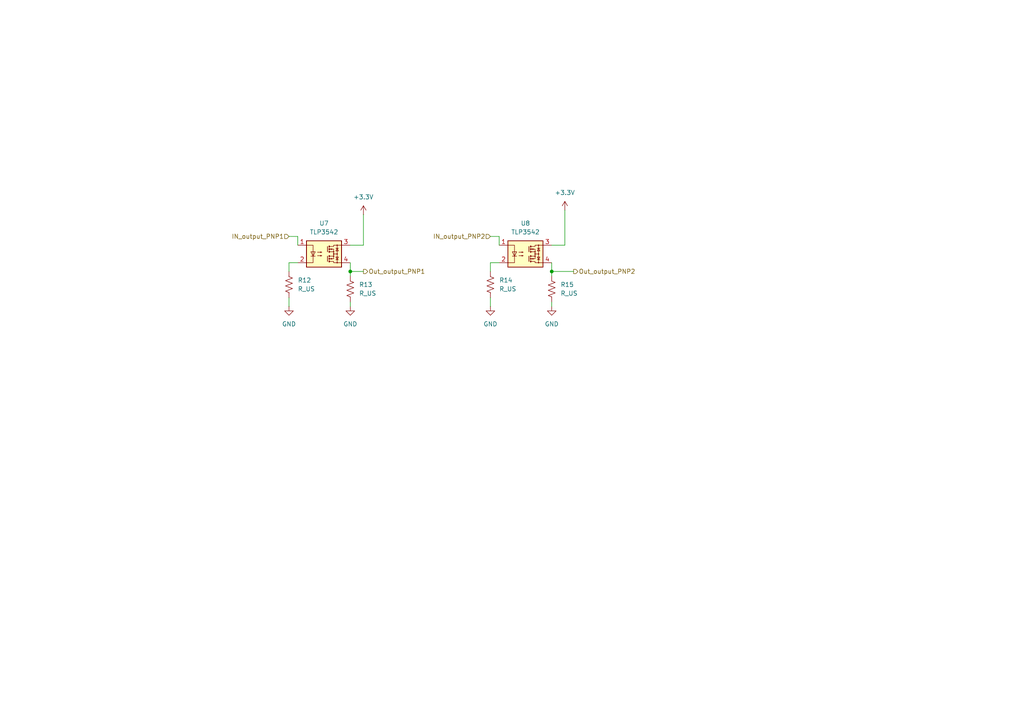
<source format=kicad_sch>
(kicad_sch
	(version 20250114)
	(generator "eeschema")
	(generator_version "9.0")
	(uuid "23093995-dcbe-40e8-b7f0-52785d5c9ac1")
	(paper "A4")
	(lib_symbols
		(symbol "Device:R_US"
			(pin_numbers
				(hide yes)
			)
			(pin_names
				(offset 0)
			)
			(exclude_from_sim no)
			(in_bom yes)
			(on_board yes)
			(property "Reference" "R"
				(at 2.54 0 90)
				(effects
					(font
						(size 1.27 1.27)
					)
				)
			)
			(property "Value" "R_US"
				(at -2.54 0 90)
				(effects
					(font
						(size 1.27 1.27)
					)
				)
			)
			(property "Footprint" ""
				(at 1.016 -0.254 90)
				(effects
					(font
						(size 1.27 1.27)
					)
					(hide yes)
				)
			)
			(property "Datasheet" "~"
				(at 0 0 0)
				(effects
					(font
						(size 1.27 1.27)
					)
					(hide yes)
				)
			)
			(property "Description" "Resistor, US symbol"
				(at 0 0 0)
				(effects
					(font
						(size 1.27 1.27)
					)
					(hide yes)
				)
			)
			(property "ki_keywords" "R res resistor"
				(at 0 0 0)
				(effects
					(font
						(size 1.27 1.27)
					)
					(hide yes)
				)
			)
			(property "ki_fp_filters" "R_*"
				(at 0 0 0)
				(effects
					(font
						(size 1.27 1.27)
					)
					(hide yes)
				)
			)
			(symbol "R_US_0_1"
				(polyline
					(pts
						(xy 0 2.286) (xy 0 2.54)
					)
					(stroke
						(width 0)
						(type default)
					)
					(fill
						(type none)
					)
				)
				(polyline
					(pts
						(xy 0 2.286) (xy 1.016 1.905) (xy 0 1.524) (xy -1.016 1.143) (xy 0 0.762)
					)
					(stroke
						(width 0)
						(type default)
					)
					(fill
						(type none)
					)
				)
				(polyline
					(pts
						(xy 0 0.762) (xy 1.016 0.381) (xy 0 0) (xy -1.016 -0.381) (xy 0 -0.762)
					)
					(stroke
						(width 0)
						(type default)
					)
					(fill
						(type none)
					)
				)
				(polyline
					(pts
						(xy 0 -0.762) (xy 1.016 -1.143) (xy 0 -1.524) (xy -1.016 -1.905) (xy 0 -2.286)
					)
					(stroke
						(width 0)
						(type default)
					)
					(fill
						(type none)
					)
				)
				(polyline
					(pts
						(xy 0 -2.286) (xy 0 -2.54)
					)
					(stroke
						(width 0)
						(type default)
					)
					(fill
						(type none)
					)
				)
			)
			(symbol "R_US_1_1"
				(pin passive line
					(at 0 3.81 270)
					(length 1.27)
					(name "~"
						(effects
							(font
								(size 1.27 1.27)
							)
						)
					)
					(number "1"
						(effects
							(font
								(size 1.27 1.27)
							)
						)
					)
				)
				(pin passive line
					(at 0 -3.81 90)
					(length 1.27)
					(name "~"
						(effects
							(font
								(size 1.27 1.27)
							)
						)
					)
					(number "2"
						(effects
							(font
								(size 1.27 1.27)
							)
						)
					)
				)
			)
			(embedded_fonts no)
		)
		(symbol "TLP3542_1"
			(exclude_from_sim no)
			(in_bom yes)
			(on_board yes)
			(property "Reference" "U3"
				(at 0 8.89 0)
				(effects
					(font
						(size 1.27 1.27)
					)
				)
			)
			(property "Value" "TLP3542"
				(at 0 6.35 0)
				(effects
					(font
						(size 1.27 1.27)
					)
				)
			)
			(property "Footprint" "Package_SO:SOP-4_3.8x4.1mm_P2.54mm"
				(at 0 -7.62 0)
				(effects
					(font
						(size 1.27 1.27)
					)
					(hide yes)
				)
			)
			(property "Datasheet" "https://toshiba.semicon-storage.com/info/docget.jsp?did=1284&prodName=TLP3542"
				(at 0 0 0)
				(effects
					(font
						(size 1.27 1.27)
					)
					(hide yes)
				)
			)
			(property "Description" "Photo MOSFET optically coupled, ON 4A, 50mohm, OFF state 20V, Isolation 2500 VRMS, DIP-5-6"
				(at 0 0 0)
				(effects
					(font
						(size 1.27 1.27)
					)
					(hide yes)
				)
			)
			(property "ki_keywords" "photocouplers photorelay solidstate relay normally opened (1-Form-A)"
				(at 0 0 0)
				(effects
					(font
						(size 1.27 1.27)
					)
					(hide yes)
				)
			)
			(property "ki_fp_filters" "DIP*W7.62mm*"
				(at 0 0 0)
				(effects
					(font
						(size 1.27 1.27)
					)
					(hide yes)
				)
			)
			(symbol "TLP3542_1_0_1"
				(rectangle
					(start -5.08 3.81)
					(end 5.08 -3.81)
					(stroke
						(width 0.254)
						(type default)
					)
					(fill
						(type background)
					)
				)
				(polyline
					(pts
						(xy -5.08 2.54) (xy -3.175 2.54) (xy -3.175 -2.54) (xy -5.08 -2.54)
					)
					(stroke
						(width 0)
						(type default)
					)
					(fill
						(type none)
					)
				)
				(polyline
					(pts
						(xy -3.81 -0.635) (xy -2.54 -0.635)
					)
					(stroke
						(width 0)
						(type default)
					)
					(fill
						(type none)
					)
				)
				(polyline
					(pts
						(xy -3.175 -0.635) (xy -3.81 0.635) (xy -2.54 0.635) (xy -3.175 -0.635)
					)
					(stroke
						(width 0)
						(type default)
					)
					(fill
						(type none)
					)
				)
				(polyline
					(pts
						(xy -1.905 0.508) (xy -0.635 0.508) (xy -1.016 0.381) (xy -1.016 0.635) (xy -0.635 0.508)
					)
					(stroke
						(width 0)
						(type default)
					)
					(fill
						(type none)
					)
				)
				(polyline
					(pts
						(xy -1.905 -0.508) (xy -0.635 -0.508) (xy -1.016 -0.635) (xy -1.016 -0.381) (xy -0.635 -0.508)
					)
					(stroke
						(width 0)
						(type default)
					)
					(fill
						(type none)
					)
				)
				(polyline
					(pts
						(xy 1.016 2.159) (xy 1.016 0.635)
					)
					(stroke
						(width 0.2032)
						(type default)
					)
					(fill
						(type none)
					)
				)
				(polyline
					(pts
						(xy 1.016 -0.635) (xy 1.016 -2.159)
					)
					(stroke
						(width 0.2032)
						(type default)
					)
					(fill
						(type none)
					)
				)
				(polyline
					(pts
						(xy 1.524 2.286) (xy 1.524 2.032) (xy 1.524 2.032)
					)
					(stroke
						(width 0.3556)
						(type default)
					)
					(fill
						(type none)
					)
				)
				(polyline
					(pts
						(xy 1.524 1.524) (xy 1.524 1.27) (xy 1.524 1.27)
					)
					(stroke
						(width 0.3556)
						(type default)
					)
					(fill
						(type none)
					)
				)
				(polyline
					(pts
						(xy 1.524 0.762) (xy 1.524 0.508) (xy 1.524 0.508)
					)
					(stroke
						(width 0.3556)
						(type default)
					)
					(fill
						(type none)
					)
				)
				(polyline
					(pts
						(xy 1.524 -0.508) (xy 1.524 -0.762)
					)
					(stroke
						(width 0.3556)
						(type default)
					)
					(fill
						(type none)
					)
				)
				(polyline
					(pts
						(xy 1.524 -1.27) (xy 1.524 -1.524) (xy 1.524 -1.524)
					)
					(stroke
						(width 0.3556)
						(type default)
					)
					(fill
						(type none)
					)
				)
				(polyline
					(pts
						(xy 1.524 -2.032) (xy 1.524 -2.286) (xy 1.524 -2.286)
					)
					(stroke
						(width 0.3556)
						(type default)
					)
					(fill
						(type none)
					)
				)
				(polyline
					(pts
						(xy 1.651 2.159) (xy 2.794 2.159) (xy 2.794 2.54) (xy 5.08 2.54)
					)
					(stroke
						(width 0)
						(type default)
					)
					(fill
						(type none)
					)
				)
				(polyline
					(pts
						(xy 1.651 1.397) (xy 2.794 1.397) (xy 2.794 0.635)
					)
					(stroke
						(width 0)
						(type default)
					)
					(fill
						(type none)
					)
				)
				(polyline
					(pts
						(xy 1.651 -0.635) (xy 2.794 -0.635) (xy 2.794 0.635) (xy 1.651 0.635)
					)
					(stroke
						(width 0)
						(type default)
					)
					(fill
						(type none)
					)
				)
				(polyline
					(pts
						(xy 1.651 -1.397) (xy 2.794 -1.397) (xy 2.794 -0.635)
					)
					(stroke
						(width 0)
						(type default)
					)
					(fill
						(type none)
					)
				)
				(polyline
					(pts
						(xy 1.651 -2.159) (xy 2.794 -2.159) (xy 2.794 -2.54) (xy 5.08 -2.54)
					)
					(stroke
						(width 0)
						(type default)
					)
					(fill
						(type none)
					)
				)
				(polyline
					(pts
						(xy 1.778 1.397) (xy 2.286 1.524) (xy 2.286 1.27) (xy 1.778 1.397)
					)
					(stroke
						(width 0)
						(type default)
					)
					(fill
						(type none)
					)
				)
				(polyline
					(pts
						(xy 1.778 -1.397) (xy 2.286 -1.27) (xy 2.286 -1.524) (xy 1.778 -1.397)
					)
					(stroke
						(width 0)
						(type default)
					)
					(fill
						(type none)
					)
				)
				(circle
					(center 2.794 0.635)
					(radius 0.127)
					(stroke
						(width 0)
						(type default)
					)
					(fill
						(type none)
					)
				)
				(polyline
					(pts
						(xy 2.794 0) (xy 3.81 0)
					)
					(stroke
						(width 0)
						(type default)
					)
					(fill
						(type none)
					)
				)
				(circle
					(center 2.794 0)
					(radius 0.127)
					(stroke
						(width 0)
						(type default)
					)
					(fill
						(type none)
					)
				)
				(circle
					(center 2.794 -0.635)
					(radius 0.127)
					(stroke
						(width 0)
						(type default)
					)
					(fill
						(type none)
					)
				)
				(polyline
					(pts
						(xy 3.429 1.651) (xy 4.191 1.651)
					)
					(stroke
						(width 0)
						(type default)
					)
					(fill
						(type none)
					)
				)
				(polyline
					(pts
						(xy 3.429 -1.651) (xy 4.191 -1.651)
					)
					(stroke
						(width 0)
						(type default)
					)
					(fill
						(type none)
					)
				)
				(circle
					(center 3.81 2.54)
					(radius 0.127)
					(stroke
						(width 0)
						(type default)
					)
					(fill
						(type none)
					)
				)
				(polyline
					(pts
						(xy 3.81 1.651) (xy 3.429 0.889) (xy 4.191 0.889) (xy 3.81 1.651)
					)
					(stroke
						(width 0)
						(type default)
					)
					(fill
						(type none)
					)
				)
				(circle
					(center 3.81 0)
					(radius 0.127)
					(stroke
						(width 0)
						(type default)
					)
					(fill
						(type none)
					)
				)
				(polyline
					(pts
						(xy 3.81 -1.651) (xy 3.429 -0.889) (xy 4.191 -0.889) (xy 3.81 -1.651)
					)
					(stroke
						(width 0)
						(type default)
					)
					(fill
						(type none)
					)
				)
				(polyline
					(pts
						(xy 3.81 -2.54) (xy 3.81 2.54)
					)
					(stroke
						(width 0)
						(type default)
					)
					(fill
						(type none)
					)
				)
				(circle
					(center 3.81 -2.54)
					(radius 0.127)
					(stroke
						(width 0)
						(type default)
					)
					(fill
						(type none)
					)
				)
			)
			(symbol "TLP3542_1_1_1"
				(pin passive line
					(at -7.62 2.54 0)
					(length 2.54)
					(name "~"
						(effects
							(font
								(size 1.27 1.27)
							)
						)
					)
					(number "1"
						(effects
							(font
								(size 1.27 1.27)
							)
						)
					)
				)
				(pin passive line
					(at -7.62 -2.54 0)
					(length 2.54)
					(name "~"
						(effects
							(font
								(size 1.27 1.27)
							)
						)
					)
					(number "2"
						(effects
							(font
								(size 1.27 1.27)
							)
						)
					)
				)
				(pin no_connect line
					(at -5.08 0 0)
					(length 2.54)
					(hide yes)
					(name "~"
						(effects
							(font
								(size 1.27 1.27)
							)
						)
					)
					(number "3"
						(effects
							(font
								(size 1.27 1.27)
							)
						)
					)
				)
				(pin passive line
					(at 7.62 2.54 180)
					(length 2.54)
					(name "~"
						(effects
							(font
								(size 1.27 1.27)
							)
						)
					)
					(number "3"
						(effects
							(font
								(size 1.27 1.27)
							)
						)
					)
				)
				(pin passive line
					(at 7.62 -2.54 180)
					(length 2.54)
					(name "~"
						(effects
							(font
								(size 1.27 1.27)
							)
						)
					)
					(number "4"
						(effects
							(font
								(size 1.27 1.27)
							)
						)
					)
				)
			)
			(embedded_fonts no)
		)
		(symbol "TLP3542_2"
			(exclude_from_sim no)
			(in_bom yes)
			(on_board yes)
			(property "Reference" "U3"
				(at 0 8.89 0)
				(effects
					(font
						(size 1.27 1.27)
					)
				)
			)
			(property "Value" "TLP3542"
				(at 0 6.35 0)
				(effects
					(font
						(size 1.27 1.27)
					)
				)
			)
			(property "Footprint" "Package_SO:SOP-4_3.8x4.1mm_P2.54mm"
				(at 0 -7.62 0)
				(effects
					(font
						(size 1.27 1.27)
					)
					(hide yes)
				)
			)
			(property "Datasheet" "https://toshiba.semicon-storage.com/info/docget.jsp?did=1284&prodName=TLP3542"
				(at 0 0 0)
				(effects
					(font
						(size 1.27 1.27)
					)
					(hide yes)
				)
			)
			(property "Description" "Photo MOSFET optically coupled, ON 4A, 50mohm, OFF state 20V, Isolation 2500 VRMS, DIP-5-6"
				(at 0 0 0)
				(effects
					(font
						(size 1.27 1.27)
					)
					(hide yes)
				)
			)
			(property "ki_keywords" "photocouplers photorelay solidstate relay normally opened (1-Form-A)"
				(at 0 0 0)
				(effects
					(font
						(size 1.27 1.27)
					)
					(hide yes)
				)
			)
			(property "ki_fp_filters" "DIP*W7.62mm*"
				(at 0 0 0)
				(effects
					(font
						(size 1.27 1.27)
					)
					(hide yes)
				)
			)
			(symbol "TLP3542_2_0_1"
				(rectangle
					(start -5.08 3.81)
					(end 5.08 -3.81)
					(stroke
						(width 0.254)
						(type default)
					)
					(fill
						(type background)
					)
				)
				(polyline
					(pts
						(xy -5.08 2.54) (xy -3.175 2.54) (xy -3.175 -2.54) (xy -5.08 -2.54)
					)
					(stroke
						(width 0)
						(type default)
					)
					(fill
						(type none)
					)
				)
				(polyline
					(pts
						(xy -3.81 -0.635) (xy -2.54 -0.635)
					)
					(stroke
						(width 0)
						(type default)
					)
					(fill
						(type none)
					)
				)
				(polyline
					(pts
						(xy -3.175 -0.635) (xy -3.81 0.635) (xy -2.54 0.635) (xy -3.175 -0.635)
					)
					(stroke
						(width 0)
						(type default)
					)
					(fill
						(type none)
					)
				)
				(polyline
					(pts
						(xy -1.905 0.508) (xy -0.635 0.508) (xy -1.016 0.381) (xy -1.016 0.635) (xy -0.635 0.508)
					)
					(stroke
						(width 0)
						(type default)
					)
					(fill
						(type none)
					)
				)
				(polyline
					(pts
						(xy -1.905 -0.508) (xy -0.635 -0.508) (xy -1.016 -0.635) (xy -1.016 -0.381) (xy -0.635 -0.508)
					)
					(stroke
						(width 0)
						(type default)
					)
					(fill
						(type none)
					)
				)
				(polyline
					(pts
						(xy 1.016 2.159) (xy 1.016 0.635)
					)
					(stroke
						(width 0.2032)
						(type default)
					)
					(fill
						(type none)
					)
				)
				(polyline
					(pts
						(xy 1.016 -0.635) (xy 1.016 -2.159)
					)
					(stroke
						(width 0.2032)
						(type default)
					)
					(fill
						(type none)
					)
				)
				(polyline
					(pts
						(xy 1.524 2.286) (xy 1.524 2.032) (xy 1.524 2.032)
					)
					(stroke
						(width 0.3556)
						(type default)
					)
					(fill
						(type none)
					)
				)
				(polyline
					(pts
						(xy 1.524 1.524) (xy 1.524 1.27) (xy 1.524 1.27)
					)
					(stroke
						(width 0.3556)
						(type default)
					)
					(fill
						(type none)
					)
				)
				(polyline
					(pts
						(xy 1.524 0.762) (xy 1.524 0.508) (xy 1.524 0.508)
					)
					(stroke
						(width 0.3556)
						(type default)
					)
					(fill
						(type none)
					)
				)
				(polyline
					(pts
						(xy 1.524 -0.508) (xy 1.524 -0.762)
					)
					(stroke
						(width 0.3556)
						(type default)
					)
					(fill
						(type none)
					)
				)
				(polyline
					(pts
						(xy 1.524 -1.27) (xy 1.524 -1.524) (xy 1.524 -1.524)
					)
					(stroke
						(width 0.3556)
						(type default)
					)
					(fill
						(type none)
					)
				)
				(polyline
					(pts
						(xy 1.524 -2.032) (xy 1.524 -2.286) (xy 1.524 -2.286)
					)
					(stroke
						(width 0.3556)
						(type default)
					)
					(fill
						(type none)
					)
				)
				(polyline
					(pts
						(xy 1.651 2.159) (xy 2.794 2.159) (xy 2.794 2.54) (xy 5.08 2.54)
					)
					(stroke
						(width 0)
						(type default)
					)
					(fill
						(type none)
					)
				)
				(polyline
					(pts
						(xy 1.651 1.397) (xy 2.794 1.397) (xy 2.794 0.635)
					)
					(stroke
						(width 0)
						(type default)
					)
					(fill
						(type none)
					)
				)
				(polyline
					(pts
						(xy 1.651 -0.635) (xy 2.794 -0.635) (xy 2.794 0.635) (xy 1.651 0.635)
					)
					(stroke
						(width 0)
						(type default)
					)
					(fill
						(type none)
					)
				)
				(polyline
					(pts
						(xy 1.651 -1.397) (xy 2.794 -1.397) (xy 2.794 -0.635)
					)
					(stroke
						(width 0)
						(type default)
					)
					(fill
						(type none)
					)
				)
				(polyline
					(pts
						(xy 1.651 -2.159) (xy 2.794 -2.159) (xy 2.794 -2.54) (xy 5.08 -2.54)
					)
					(stroke
						(width 0)
						(type default)
					)
					(fill
						(type none)
					)
				)
				(polyline
					(pts
						(xy 1.778 1.397) (xy 2.286 1.524) (xy 2.286 1.27) (xy 1.778 1.397)
					)
					(stroke
						(width 0)
						(type default)
					)
					(fill
						(type none)
					)
				)
				(polyline
					(pts
						(xy 1.778 -1.397) (xy 2.286 -1.27) (xy 2.286 -1.524) (xy 1.778 -1.397)
					)
					(stroke
						(width 0)
						(type default)
					)
					(fill
						(type none)
					)
				)
				(circle
					(center 2.794 0.635)
					(radius 0.127)
					(stroke
						(width 0)
						(type default)
					)
					(fill
						(type none)
					)
				)
				(polyline
					(pts
						(xy 2.794 0) (xy 3.81 0)
					)
					(stroke
						(width 0)
						(type default)
					)
					(fill
						(type none)
					)
				)
				(circle
					(center 2.794 0)
					(radius 0.127)
					(stroke
						(width 0)
						(type default)
					)
					(fill
						(type none)
					)
				)
				(circle
					(center 2.794 -0.635)
					(radius 0.127)
					(stroke
						(width 0)
						(type default)
					)
					(fill
						(type none)
					)
				)
				(polyline
					(pts
						(xy 3.429 1.651) (xy 4.191 1.651)
					)
					(stroke
						(width 0)
						(type default)
					)
					(fill
						(type none)
					)
				)
				(polyline
					(pts
						(xy 3.429 -1.651) (xy 4.191 -1.651)
					)
					(stroke
						(width 0)
						(type default)
					)
					(fill
						(type none)
					)
				)
				(circle
					(center 3.81 2.54)
					(radius 0.127)
					(stroke
						(width 0)
						(type default)
					)
					(fill
						(type none)
					)
				)
				(polyline
					(pts
						(xy 3.81 1.651) (xy 3.429 0.889) (xy 4.191 0.889) (xy 3.81 1.651)
					)
					(stroke
						(width 0)
						(type default)
					)
					(fill
						(type none)
					)
				)
				(circle
					(center 3.81 0)
					(radius 0.127)
					(stroke
						(width 0)
						(type default)
					)
					(fill
						(type none)
					)
				)
				(polyline
					(pts
						(xy 3.81 -1.651) (xy 3.429 -0.889) (xy 4.191 -0.889) (xy 3.81 -1.651)
					)
					(stroke
						(width 0)
						(type default)
					)
					(fill
						(type none)
					)
				)
				(polyline
					(pts
						(xy 3.81 -2.54) (xy 3.81 2.54)
					)
					(stroke
						(width 0)
						(type default)
					)
					(fill
						(type none)
					)
				)
				(circle
					(center 3.81 -2.54)
					(radius 0.127)
					(stroke
						(width 0)
						(type default)
					)
					(fill
						(type none)
					)
				)
			)
			(symbol "TLP3542_2_1_1"
				(pin passive line
					(at -7.62 2.54 0)
					(length 2.54)
					(name "~"
						(effects
							(font
								(size 1.27 1.27)
							)
						)
					)
					(number "1"
						(effects
							(font
								(size 1.27 1.27)
							)
						)
					)
				)
				(pin passive line
					(at -7.62 -2.54 0)
					(length 2.54)
					(name "~"
						(effects
							(font
								(size 1.27 1.27)
							)
						)
					)
					(number "2"
						(effects
							(font
								(size 1.27 1.27)
							)
						)
					)
				)
				(pin no_connect line
					(at -5.08 0 0)
					(length 2.54)
					(hide yes)
					(name "~"
						(effects
							(font
								(size 1.27 1.27)
							)
						)
					)
					(number "3"
						(effects
							(font
								(size 1.27 1.27)
							)
						)
					)
				)
				(pin passive line
					(at 7.62 2.54 180)
					(length 2.54)
					(name "~"
						(effects
							(font
								(size 1.27 1.27)
							)
						)
					)
					(number "3"
						(effects
							(font
								(size 1.27 1.27)
							)
						)
					)
				)
				(pin passive line
					(at 7.62 -2.54 180)
					(length 2.54)
					(name "~"
						(effects
							(font
								(size 1.27 1.27)
							)
						)
					)
					(number "4"
						(effects
							(font
								(size 1.27 1.27)
							)
						)
					)
				)
			)
			(embedded_fonts no)
		)
		(symbol "power:+3.3V"
			(power)
			(pin_numbers
				(hide yes)
			)
			(pin_names
				(offset 0)
				(hide yes)
			)
			(exclude_from_sim no)
			(in_bom yes)
			(on_board yes)
			(property "Reference" "#PWR"
				(at 0 -3.81 0)
				(effects
					(font
						(size 1.27 1.27)
					)
					(hide yes)
				)
			)
			(property "Value" "+3.3V"
				(at 0 3.556 0)
				(effects
					(font
						(size 1.27 1.27)
					)
				)
			)
			(property "Footprint" ""
				(at 0 0 0)
				(effects
					(font
						(size 1.27 1.27)
					)
					(hide yes)
				)
			)
			(property "Datasheet" ""
				(at 0 0 0)
				(effects
					(font
						(size 1.27 1.27)
					)
					(hide yes)
				)
			)
			(property "Description" "Power symbol creates a global label with name \"+3.3V\""
				(at 0 0 0)
				(effects
					(font
						(size 1.27 1.27)
					)
					(hide yes)
				)
			)
			(property "ki_keywords" "global power"
				(at 0 0 0)
				(effects
					(font
						(size 1.27 1.27)
					)
					(hide yes)
				)
			)
			(symbol "+3.3V_0_1"
				(polyline
					(pts
						(xy -0.762 1.27) (xy 0 2.54)
					)
					(stroke
						(width 0)
						(type default)
					)
					(fill
						(type none)
					)
				)
				(polyline
					(pts
						(xy 0 2.54) (xy 0.762 1.27)
					)
					(stroke
						(width 0)
						(type default)
					)
					(fill
						(type none)
					)
				)
				(polyline
					(pts
						(xy 0 0) (xy 0 2.54)
					)
					(stroke
						(width 0)
						(type default)
					)
					(fill
						(type none)
					)
				)
			)
			(symbol "+3.3V_1_1"
				(pin power_in line
					(at 0 0 90)
					(length 0)
					(name "~"
						(effects
							(font
								(size 1.27 1.27)
							)
						)
					)
					(number "1"
						(effects
							(font
								(size 1.27 1.27)
							)
						)
					)
				)
			)
			(embedded_fonts no)
		)
		(symbol "power:GND"
			(power)
			(pin_numbers
				(hide yes)
			)
			(pin_names
				(offset 0)
				(hide yes)
			)
			(exclude_from_sim no)
			(in_bom yes)
			(on_board yes)
			(property "Reference" "#PWR"
				(at 0 -6.35 0)
				(effects
					(font
						(size 1.27 1.27)
					)
					(hide yes)
				)
			)
			(property "Value" "GND"
				(at 0 -3.81 0)
				(effects
					(font
						(size 1.27 1.27)
					)
				)
			)
			(property "Footprint" ""
				(at 0 0 0)
				(effects
					(font
						(size 1.27 1.27)
					)
					(hide yes)
				)
			)
			(property "Datasheet" ""
				(at 0 0 0)
				(effects
					(font
						(size 1.27 1.27)
					)
					(hide yes)
				)
			)
			(property "Description" "Power symbol creates a global label with name \"GND\" , ground"
				(at 0 0 0)
				(effects
					(font
						(size 1.27 1.27)
					)
					(hide yes)
				)
			)
			(property "ki_keywords" "global power"
				(at 0 0 0)
				(effects
					(font
						(size 1.27 1.27)
					)
					(hide yes)
				)
			)
			(symbol "GND_0_1"
				(polyline
					(pts
						(xy 0 0) (xy 0 -1.27) (xy 1.27 -1.27) (xy 0 -2.54) (xy -1.27 -1.27) (xy 0 -1.27)
					)
					(stroke
						(width 0)
						(type default)
					)
					(fill
						(type none)
					)
				)
			)
			(symbol "GND_1_1"
				(pin power_in line
					(at 0 0 270)
					(length 0)
					(name "~"
						(effects
							(font
								(size 1.27 1.27)
							)
						)
					)
					(number "1"
						(effects
							(font
								(size 1.27 1.27)
							)
						)
					)
				)
			)
			(embedded_fonts no)
		)
	)
	(junction
		(at 160.02 78.74)
		(diameter 0)
		(color 0 0 0 0)
		(uuid "77225655-788f-462f-a59b-480425c8f30e")
	)
	(junction
		(at 101.6 78.74)
		(diameter 0)
		(color 0 0 0 0)
		(uuid "ce1c4254-4ab3-4904-8719-db218decc168")
	)
	(wire
		(pts
			(xy 160.02 78.74) (xy 160.02 80.01)
		)
		(stroke
			(width 0)
			(type default)
		)
		(uuid "11747665-5023-4ab5-92ca-96c57f5a091c")
	)
	(wire
		(pts
			(xy 101.6 78.74) (xy 101.6 80.01)
		)
		(stroke
			(width 0)
			(type default)
		)
		(uuid "1ac2c1eb-d75f-4e41-9898-ad063b8e9f5d")
	)
	(wire
		(pts
			(xy 144.78 76.2) (xy 142.24 76.2)
		)
		(stroke
			(width 0)
			(type default)
		)
		(uuid "20d6fbc5-64f0-4821-8d50-2e605d334d6c")
	)
	(wire
		(pts
			(xy 142.24 76.2) (xy 142.24 78.74)
		)
		(stroke
			(width 0)
			(type default)
		)
		(uuid "3e9cd961-8114-4202-a1af-9c58b763af3a")
	)
	(wire
		(pts
			(xy 160.02 78.74) (xy 166.37 78.74)
		)
		(stroke
			(width 0)
			(type default)
		)
		(uuid "4238960a-15d2-4316-8180-01ebf001acf4")
	)
	(wire
		(pts
			(xy 101.6 78.74) (xy 105.41 78.74)
		)
		(stroke
			(width 0)
			(type default)
		)
		(uuid "4456872a-50a8-4fec-883c-e6c575b468e5")
	)
	(wire
		(pts
			(xy 86.36 71.12) (xy 86.36 68.58)
		)
		(stroke
			(width 0)
			(type default)
		)
		(uuid "495939be-a59c-4a23-9032-3d5c726a6102")
	)
	(wire
		(pts
			(xy 101.6 76.2) (xy 101.6 78.74)
		)
		(stroke
			(width 0)
			(type default)
		)
		(uuid "691233d0-1761-4b28-874f-d47abd5000c4")
	)
	(wire
		(pts
			(xy 144.78 71.12) (xy 144.78 68.58)
		)
		(stroke
			(width 0)
			(type default)
		)
		(uuid "6b85ec8a-5ec4-4c7c-ad41-7976690a8039")
	)
	(wire
		(pts
			(xy 163.83 60.96) (xy 163.83 71.12)
		)
		(stroke
			(width 0)
			(type default)
		)
		(uuid "6de2f353-126f-4d84-8e04-fcbaf94988e4")
	)
	(wire
		(pts
			(xy 105.41 62.23) (xy 105.41 71.12)
		)
		(stroke
			(width 0)
			(type default)
		)
		(uuid "719730a3-b245-436d-8660-4b20bbfb0009")
	)
	(wire
		(pts
			(xy 83.82 86.36) (xy 83.82 88.9)
		)
		(stroke
			(width 0)
			(type default)
		)
		(uuid "7824f193-f0b3-495d-9ac6-3e9a5fa272a4")
	)
	(wire
		(pts
			(xy 86.36 68.58) (xy 83.82 68.58)
		)
		(stroke
			(width 0)
			(type default)
		)
		(uuid "797e313b-570e-4cea-8d5b-56bc9376de73")
	)
	(wire
		(pts
			(xy 101.6 87.63) (xy 101.6 88.9)
		)
		(stroke
			(width 0)
			(type default)
		)
		(uuid "7ec94065-7c8a-4736-afa3-4e794970620a")
	)
	(wire
		(pts
			(xy 142.24 86.36) (xy 142.24 88.9)
		)
		(stroke
			(width 0)
			(type default)
		)
		(uuid "96372707-ca94-418f-84ef-7a8efac8301a")
	)
	(wire
		(pts
			(xy 144.78 68.58) (xy 142.24 68.58)
		)
		(stroke
			(width 0)
			(type default)
		)
		(uuid "a32ec15a-3328-4e82-9aa6-9b7e828e483c")
	)
	(wire
		(pts
			(xy 86.36 76.2) (xy 83.82 76.2)
		)
		(stroke
			(width 0)
			(type default)
		)
		(uuid "a34e4dc2-6c38-4d64-8859-68d15996fd49")
	)
	(wire
		(pts
			(xy 163.83 71.12) (xy 160.02 71.12)
		)
		(stroke
			(width 0)
			(type default)
		)
		(uuid "abb51ef2-a10c-4704-8d7c-34b54ea76346")
	)
	(wire
		(pts
			(xy 105.41 71.12) (xy 101.6 71.12)
		)
		(stroke
			(width 0)
			(type default)
		)
		(uuid "abd8a97b-a856-4046-a7d8-d1733e0e52a4")
	)
	(wire
		(pts
			(xy 83.82 76.2) (xy 83.82 78.74)
		)
		(stroke
			(width 0)
			(type default)
		)
		(uuid "cfecc045-2891-4c03-93b4-b9249d63b8b9")
	)
	(wire
		(pts
			(xy 160.02 87.63) (xy 160.02 88.9)
		)
		(stroke
			(width 0)
			(type default)
		)
		(uuid "d89d47aa-fd93-4ced-a4d2-d5a27eaf2d58")
	)
	(wire
		(pts
			(xy 160.02 76.2) (xy 160.02 78.74)
		)
		(stroke
			(width 0)
			(type default)
		)
		(uuid "ef59c088-3a2a-4069-b686-bd4837fea633")
	)
	(hierarchical_label "Out_output_PNP2"
		(shape output)
		(at 166.37 78.74 0)
		(effects
			(font
				(size 1.27 1.27)
			)
			(justify left)
		)
		(uuid "081bb1ce-2e6a-4e7c-b6fa-d40c4f91f907")
	)
	(hierarchical_label "Out_output_PNP1"
		(shape output)
		(at 105.41 78.74 0)
		(effects
			(font
				(size 1.27 1.27)
			)
			(justify left)
		)
		(uuid "16450c0b-fd34-43d9-9200-8b54ec55a728")
	)
	(hierarchical_label "IN_output_PNP2"
		(shape input)
		(at 142.24 68.58 180)
		(effects
			(font
				(size 1.27 1.27)
			)
			(justify right)
		)
		(uuid "acf57974-91be-4b04-9692-dd6909d46f9c")
	)
	(hierarchical_label "IN_output_PNP1"
		(shape input)
		(at 83.82 68.58 180)
		(effects
			(font
				(size 1.27 1.27)
			)
			(justify right)
		)
		(uuid "ba765bd1-f55e-4fdf-ae7f-4eb13f414d0c")
	)
	(symbol
		(lib_id "power:GND")
		(at 160.02 88.9 0)
		(unit 1)
		(exclude_from_sim no)
		(in_bom yes)
		(on_board yes)
		(dnp no)
		(fields_autoplaced yes)
		(uuid "155a700d-17fc-458b-a7fd-c2aeeea5b833")
		(property "Reference" "#PWR032"
			(at 160.02 95.25 0)
			(effects
				(font
					(size 1.27 1.27)
				)
				(hide yes)
			)
		)
		(property "Value" "GND"
			(at 160.02 93.98 0)
			(effects
				(font
					(size 1.27 1.27)
				)
			)
		)
		(property "Footprint" ""
			(at 160.02 88.9 0)
			(effects
				(font
					(size 1.27 1.27)
				)
				(hide yes)
			)
		)
		(property "Datasheet" ""
			(at 160.02 88.9 0)
			(effects
				(font
					(size 1.27 1.27)
				)
				(hide yes)
			)
		)
		(property "Description" "Power symbol creates a global label with name \"GND\" , ground"
			(at 160.02 88.9 0)
			(effects
				(font
					(size 1.27 1.27)
				)
				(hide yes)
			)
		)
		(pin "1"
			(uuid "30c9aa0a-d868-410a-a2c8-cc4365881b0e")
		)
		(instances
			(project "ZorionX-Nivara"
				(path "/ae5c9891-8291-492e-8a61-8ac340267b67/d47eca49-96e4-4138-8979-47bb60019f67/bc9617ee-273e-462d-a7e9-6cda68a85dae"
					(reference "#PWR032")
					(unit 1)
				)
			)
		)
	)
	(symbol
		(lib_id "power:GND")
		(at 142.24 88.9 0)
		(unit 1)
		(exclude_from_sim no)
		(in_bom yes)
		(on_board yes)
		(dnp no)
		(fields_autoplaced yes)
		(uuid "3f43fdfe-ab61-4687-b5a8-2482821fe0e1")
		(property "Reference" "#PWR031"
			(at 142.24 95.25 0)
			(effects
				(font
					(size 1.27 1.27)
				)
				(hide yes)
			)
		)
		(property "Value" "GND"
			(at 142.24 93.98 0)
			(effects
				(font
					(size 1.27 1.27)
				)
			)
		)
		(property "Footprint" ""
			(at 142.24 88.9 0)
			(effects
				(font
					(size 1.27 1.27)
				)
				(hide yes)
			)
		)
		(property "Datasheet" ""
			(at 142.24 88.9 0)
			(effects
				(font
					(size 1.27 1.27)
				)
				(hide yes)
			)
		)
		(property "Description" "Power symbol creates a global label with name \"GND\" , ground"
			(at 142.24 88.9 0)
			(effects
				(font
					(size 1.27 1.27)
				)
				(hide yes)
			)
		)
		(pin "1"
			(uuid "704c3dcd-50cf-441c-b547-22c4e4af1ee9")
		)
		(instances
			(project "ZorionX-Nivara"
				(path "/ae5c9891-8291-492e-8a61-8ac340267b67/d47eca49-96e4-4138-8979-47bb60019f67/bc9617ee-273e-462d-a7e9-6cda68a85dae"
					(reference "#PWR031")
					(unit 1)
				)
			)
		)
	)
	(symbol
		(lib_id "Device:R_US")
		(at 142.24 82.55 0)
		(unit 1)
		(exclude_from_sim no)
		(in_bom yes)
		(on_board yes)
		(dnp no)
		(fields_autoplaced yes)
		(uuid "444bf014-8495-4f78-a989-f6716365a449")
		(property "Reference" "R14"
			(at 144.78 81.2799 0)
			(effects
				(font
					(size 1.27 1.27)
				)
				(justify left)
			)
		)
		(property "Value" "R_US"
			(at 144.78 83.8199 0)
			(effects
				(font
					(size 1.27 1.27)
				)
				(justify left)
			)
		)
		(property "Footprint" "Resistor_SMD:R_0603_1608Metric"
			(at 143.256 82.804 90)
			(effects
				(font
					(size 1.27 1.27)
				)
				(hide yes)
			)
		)
		(property "Datasheet" "~"
			(at 142.24 82.55 0)
			(effects
				(font
					(size 1.27 1.27)
				)
				(hide yes)
			)
		)
		(property "Description" "Resistor, US symbol"
			(at 142.24 82.55 0)
			(effects
				(font
					(size 1.27 1.27)
				)
				(hide yes)
			)
		)
		(pin "2"
			(uuid "4b85ac2c-a087-498b-bbe2-a640f1cbc9fc")
		)
		(pin "1"
			(uuid "cf3d99dd-685e-470b-b774-c25579848bbd")
		)
		(instances
			(project "ZorionX-Nivara"
				(path "/ae5c9891-8291-492e-8a61-8ac340267b67/d47eca49-96e4-4138-8979-47bb60019f67/bc9617ee-273e-462d-a7e9-6cda68a85dae"
					(reference "R14")
					(unit 1)
				)
			)
		)
	)
	(symbol
		(lib_id "power:GND")
		(at 83.82 88.9 0)
		(unit 1)
		(exclude_from_sim no)
		(in_bom yes)
		(on_board yes)
		(dnp no)
		(fields_autoplaced yes)
		(uuid "6ae93734-1ba1-45f9-a2b0-e9b40d40234f")
		(property "Reference" "#PWR028"
			(at 83.82 95.25 0)
			(effects
				(font
					(size 1.27 1.27)
				)
				(hide yes)
			)
		)
		(property "Value" "GND"
			(at 83.82 93.98 0)
			(effects
				(font
					(size 1.27 1.27)
				)
			)
		)
		(property "Footprint" ""
			(at 83.82 88.9 0)
			(effects
				(font
					(size 1.27 1.27)
				)
				(hide yes)
			)
		)
		(property "Datasheet" ""
			(at 83.82 88.9 0)
			(effects
				(font
					(size 1.27 1.27)
				)
				(hide yes)
			)
		)
		(property "Description" "Power symbol creates a global label with name \"GND\" , ground"
			(at 83.82 88.9 0)
			(effects
				(font
					(size 1.27 1.27)
				)
				(hide yes)
			)
		)
		(pin "1"
			(uuid "e0d00b10-3a33-432e-a223-48a8ec4efcd3")
		)
		(instances
			(project "ZorionX-Nivara"
				(path "/ae5c9891-8291-492e-8a61-8ac340267b67/d47eca49-96e4-4138-8979-47bb60019f67/bc9617ee-273e-462d-a7e9-6cda68a85dae"
					(reference "#PWR028")
					(unit 1)
				)
			)
		)
	)
	(symbol
		(lib_id "power:+3.3V")
		(at 105.41 62.23 0)
		(unit 1)
		(exclude_from_sim no)
		(in_bom yes)
		(on_board yes)
		(dnp no)
		(fields_autoplaced yes)
		(uuid "80ac6730-066e-4bdb-a555-c111389dc0dd")
		(property "Reference" "#PWR030"
			(at 105.41 66.04 0)
			(effects
				(font
					(size 1.27 1.27)
				)
				(hide yes)
			)
		)
		(property "Value" "+3.3V"
			(at 105.41 57.15 0)
			(effects
				(font
					(size 1.27 1.27)
				)
			)
		)
		(property "Footprint" ""
			(at 105.41 62.23 0)
			(effects
				(font
					(size 1.27 1.27)
				)
				(hide yes)
			)
		)
		(property "Datasheet" ""
			(at 105.41 62.23 0)
			(effects
				(font
					(size 1.27 1.27)
				)
				(hide yes)
			)
		)
		(property "Description" "Power symbol creates a global label with name \"+3.3V\""
			(at 105.41 62.23 0)
			(effects
				(font
					(size 1.27 1.27)
				)
				(hide yes)
			)
		)
		(pin "1"
			(uuid "47f4ecec-3559-4ce9-ba43-3acc6c273ed8")
		)
		(instances
			(project "ZorionX-Nivara_V1.4"
				(path "/ae5c9891-8291-492e-8a61-8ac340267b67/d47eca49-96e4-4138-8979-47bb60019f67/bc9617ee-273e-462d-a7e9-6cda68a85dae"
					(reference "#PWR030")
					(unit 1)
				)
			)
		)
	)
	(symbol
		(lib_id "Device:R_US")
		(at 83.82 82.55 0)
		(unit 1)
		(exclude_from_sim no)
		(in_bom yes)
		(on_board yes)
		(dnp no)
		(fields_autoplaced yes)
		(uuid "8e0ec6f3-fa41-4caf-8667-7398e504a207")
		(property "Reference" "R12"
			(at 86.36 81.2799 0)
			(effects
				(font
					(size 1.27 1.27)
				)
				(justify left)
			)
		)
		(property "Value" "R_US"
			(at 86.36 83.8199 0)
			(effects
				(font
					(size 1.27 1.27)
				)
				(justify left)
			)
		)
		(property "Footprint" "Resistor_SMD:R_0603_1608Metric"
			(at 84.836 82.804 90)
			(effects
				(font
					(size 1.27 1.27)
				)
				(hide yes)
			)
		)
		(property "Datasheet" "~"
			(at 83.82 82.55 0)
			(effects
				(font
					(size 1.27 1.27)
				)
				(hide yes)
			)
		)
		(property "Description" "Resistor, US symbol"
			(at 83.82 82.55 0)
			(effects
				(font
					(size 1.27 1.27)
				)
				(hide yes)
			)
		)
		(pin "2"
			(uuid "9fd06598-a3cf-4a89-9cdc-afab2d9dc7b4")
		)
		(pin "1"
			(uuid "d60d841b-fb9c-48fe-a8b3-2c541e22b38f")
		)
		(instances
			(project "ZorionX-Nivara"
				(path "/ae5c9891-8291-492e-8a61-8ac340267b67/d47eca49-96e4-4138-8979-47bb60019f67/bc9617ee-273e-462d-a7e9-6cda68a85dae"
					(reference "R12")
					(unit 1)
				)
			)
		)
	)
	(symbol
		(lib_id "power:+3.3V")
		(at 163.83 60.96 0)
		(unit 1)
		(exclude_from_sim no)
		(in_bom yes)
		(on_board yes)
		(dnp no)
		(fields_autoplaced yes)
		(uuid "8fe684e7-5a23-4fed-9bfa-5bae30b277a5")
		(property "Reference" "#PWR033"
			(at 163.83 64.77 0)
			(effects
				(font
					(size 1.27 1.27)
				)
				(hide yes)
			)
		)
		(property "Value" "+3.3V"
			(at 163.83 55.88 0)
			(effects
				(font
					(size 1.27 1.27)
				)
			)
		)
		(property "Footprint" ""
			(at 163.83 60.96 0)
			(effects
				(font
					(size 1.27 1.27)
				)
				(hide yes)
			)
		)
		(property "Datasheet" ""
			(at 163.83 60.96 0)
			(effects
				(font
					(size 1.27 1.27)
				)
				(hide yes)
			)
		)
		(property "Description" "Power symbol creates a global label with name \"+3.3V\""
			(at 163.83 60.96 0)
			(effects
				(font
					(size 1.27 1.27)
				)
				(hide yes)
			)
		)
		(pin "1"
			(uuid "82725251-af42-42d8-b73a-8da34afefb68")
		)
		(instances
			(project "ZorionX-Nivara_V1.4"
				(path "/ae5c9891-8291-492e-8a61-8ac340267b67/d47eca49-96e4-4138-8979-47bb60019f67/bc9617ee-273e-462d-a7e9-6cda68a85dae"
					(reference "#PWR033")
					(unit 1)
				)
			)
		)
	)
	(symbol
		(lib_name "TLP3542_1")
		(lib_id "Relay_SolidState:TLP3542")
		(at 93.98 73.66 0)
		(unit 1)
		(exclude_from_sim no)
		(in_bom yes)
		(on_board yes)
		(dnp no)
		(fields_autoplaced yes)
		(uuid "afd8d43c-ee31-4186-bba7-997b1c34c5d0")
		(property "Reference" "U7"
			(at 93.98 64.77 0)
			(effects
				(font
					(size 1.27 1.27)
				)
			)
		)
		(property "Value" "TLP3542"
			(at 93.98 67.31 0)
			(effects
				(font
					(size 1.27 1.27)
				)
			)
		)
		(property "Footprint" "Package_SO:SOP-4_3.8x4.1mm_P2.54mm"
			(at 93.98 81.28 0)
			(effects
				(font
					(size 1.27 1.27)
				)
				(hide yes)
			)
		)
		(property "Datasheet" "https://toshiba.semicon-storage.com/info/docget.jsp?did=1284&prodName=TLP3542"
			(at 93.98 73.66 0)
			(effects
				(font
					(size 1.27 1.27)
				)
				(hide yes)
			)
		)
		(property "Description" "Photo MOSFET optically coupled, ON 4A, 50mohm, OFF state 20V, Isolation 2500 VRMS, DIP-5-6"
			(at 93.98 73.66 0)
			(effects
				(font
					(size 1.27 1.27)
				)
				(hide yes)
			)
		)
		(pin "3"
			(uuid "b1ecbf25-2203-46dc-9260-8d7762309dee")
		)
		(pin "2"
			(uuid "c9097316-7d1b-465d-aa1e-95e164ca3452")
		)
		(pin "4"
			(uuid "0da69fbe-8c4b-4e35-b421-145d27bc4d2e")
		)
		(pin "3"
			(uuid "3100d67d-5914-4c4b-a04a-a39aee4926a2")
		)
		(pin "1"
			(uuid "77efcf81-2048-4a55-93a4-3037b5d1dec4")
		)
		(instances
			(project "ZorionX-Nivara_V1.4"
				(path "/ae5c9891-8291-492e-8a61-8ac340267b67/d47eca49-96e4-4138-8979-47bb60019f67/bc9617ee-273e-462d-a7e9-6cda68a85dae"
					(reference "U7")
					(unit 1)
				)
			)
		)
	)
	(symbol
		(lib_id "power:GND")
		(at 101.6 88.9 0)
		(unit 1)
		(exclude_from_sim no)
		(in_bom yes)
		(on_board yes)
		(dnp no)
		(fields_autoplaced yes)
		(uuid "f7b5c3ce-66db-42fe-ab43-bcdcb2c6b35f")
		(property "Reference" "#PWR029"
			(at 101.6 95.25 0)
			(effects
				(font
					(size 1.27 1.27)
				)
				(hide yes)
			)
		)
		(property "Value" "GND"
			(at 101.6 93.98 0)
			(effects
				(font
					(size 1.27 1.27)
				)
			)
		)
		(property "Footprint" ""
			(at 101.6 88.9 0)
			(effects
				(font
					(size 1.27 1.27)
				)
				(hide yes)
			)
		)
		(property "Datasheet" ""
			(at 101.6 88.9 0)
			(effects
				(font
					(size 1.27 1.27)
				)
				(hide yes)
			)
		)
		(property "Description" "Power symbol creates a global label with name \"GND\" , ground"
			(at 101.6 88.9 0)
			(effects
				(font
					(size 1.27 1.27)
				)
				(hide yes)
			)
		)
		(pin "1"
			(uuid "29d85950-63d9-41e5-ab71-f1c15eb9d0fc")
		)
		(instances
			(project "ZorionX-Nivara"
				(path "/ae5c9891-8291-492e-8a61-8ac340267b67/d47eca49-96e4-4138-8979-47bb60019f67/bc9617ee-273e-462d-a7e9-6cda68a85dae"
					(reference "#PWR029")
					(unit 1)
				)
			)
		)
	)
	(symbol
		(lib_name "TLP3542_2")
		(lib_id "Relay_SolidState:TLP3542")
		(at 152.4 73.66 0)
		(unit 1)
		(exclude_from_sim no)
		(in_bom yes)
		(on_board yes)
		(dnp no)
		(fields_autoplaced yes)
		(uuid "f962e13d-84b1-4f6b-b4e2-13422ca68dca")
		(property "Reference" "U8"
			(at 152.4 64.77 0)
			(effects
				(font
					(size 1.27 1.27)
				)
			)
		)
		(property "Value" "TLP3542"
			(at 152.4 67.31 0)
			(effects
				(font
					(size 1.27 1.27)
				)
			)
		)
		(property "Footprint" "Package_SO:SOP-4_3.8x4.1mm_P2.54mm"
			(at 152.4 81.28 0)
			(effects
				(font
					(size 1.27 1.27)
				)
				(hide yes)
			)
		)
		(property "Datasheet" "https://toshiba.semicon-storage.com/info/docget.jsp?did=1284&prodName=TLP3542"
			(at 152.4 73.66 0)
			(effects
				(font
					(size 1.27 1.27)
				)
				(hide yes)
			)
		)
		(property "Description" "Photo MOSFET optically coupled, ON 4A, 50mohm, OFF state 20V, Isolation 2500 VRMS, DIP-5-6"
			(at 152.4 73.66 0)
			(effects
				(font
					(size 1.27 1.27)
				)
				(hide yes)
			)
		)
		(pin "3"
			(uuid "08037a30-5bb4-44b0-aee4-87bb2e449d80")
		)
		(pin "2"
			(uuid "daf92fcc-3295-4069-aa7d-239215640db6")
		)
		(pin "4"
			(uuid "b8b5ac2f-8de1-4cf3-aa83-22bb84bfe175")
		)
		(pin "3"
			(uuid "01311a39-8aa4-4305-89be-fb7ffe386a02")
		)
		(pin "1"
			(uuid "238dafd6-e11c-4ac9-92b1-9cfcc70348dd")
		)
		(instances
			(project "ZorionX-Nivara_V1.4"
				(path "/ae5c9891-8291-492e-8a61-8ac340267b67/d47eca49-96e4-4138-8979-47bb60019f67/bc9617ee-273e-462d-a7e9-6cda68a85dae"
					(reference "U8")
					(unit 1)
				)
			)
		)
	)
	(symbol
		(lib_id "Device:R_US")
		(at 101.6 83.82 0)
		(unit 1)
		(exclude_from_sim no)
		(in_bom yes)
		(on_board yes)
		(dnp no)
		(fields_autoplaced yes)
		(uuid "fbca1c42-2427-4ac5-83ce-a2fa4be052d9")
		(property "Reference" "R13"
			(at 104.14 82.5499 0)
			(effects
				(font
					(size 1.27 1.27)
				)
				(justify left)
			)
		)
		(property "Value" "R_US"
			(at 104.14 85.0899 0)
			(effects
				(font
					(size 1.27 1.27)
				)
				(justify left)
			)
		)
		(property "Footprint" "Resistor_SMD:R_0603_1608Metric"
			(at 102.616 84.074 90)
			(effects
				(font
					(size 1.27 1.27)
				)
				(hide yes)
			)
		)
		(property "Datasheet" "~"
			(at 101.6 83.82 0)
			(effects
				(font
					(size 1.27 1.27)
				)
				(hide yes)
			)
		)
		(property "Description" "Resistor, US symbol"
			(at 101.6 83.82 0)
			(effects
				(font
					(size 1.27 1.27)
				)
				(hide yes)
			)
		)
		(pin "2"
			(uuid "180750fd-3c10-4fe3-941d-a401e6062e90")
		)
		(pin "1"
			(uuid "9f1d9991-26a6-4c62-8ef5-deb92d361e94")
		)
		(instances
			(project "ZorionX-Nivara"
				(path "/ae5c9891-8291-492e-8a61-8ac340267b67/d47eca49-96e4-4138-8979-47bb60019f67/bc9617ee-273e-462d-a7e9-6cda68a85dae"
					(reference "R13")
					(unit 1)
				)
			)
		)
	)
	(symbol
		(lib_id "Device:R_US")
		(at 160.02 83.82 0)
		(unit 1)
		(exclude_from_sim no)
		(in_bom yes)
		(on_board yes)
		(dnp no)
		(fields_autoplaced yes)
		(uuid "fd79098a-7d98-4f57-8041-3f2956af6c7a")
		(property "Reference" "R15"
			(at 162.56 82.5499 0)
			(effects
				(font
					(size 1.27 1.27)
				)
				(justify left)
			)
		)
		(property "Value" "R_US"
			(at 162.56 85.0899 0)
			(effects
				(font
					(size 1.27 1.27)
				)
				(justify left)
			)
		)
		(property "Footprint" "Resistor_SMD:R_0603_1608Metric"
			(at 161.036 84.074 90)
			(effects
				(font
					(size 1.27 1.27)
				)
				(hide yes)
			)
		)
		(property "Datasheet" "~"
			(at 160.02 83.82 0)
			(effects
				(font
					(size 1.27 1.27)
				)
				(hide yes)
			)
		)
		(property "Description" "Resistor, US symbol"
			(at 160.02 83.82 0)
			(effects
				(font
					(size 1.27 1.27)
				)
				(hide yes)
			)
		)
		(pin "2"
			(uuid "095f0aa5-e342-4b68-a0b6-2b90487d8bc2")
		)
		(pin "1"
			(uuid "f01bb677-6d35-4e4c-94ea-098fc72181dd")
		)
		(instances
			(project "ZorionX-Nivara"
				(path "/ae5c9891-8291-492e-8a61-8ac340267b67/d47eca49-96e4-4138-8979-47bb60019f67/bc9617ee-273e-462d-a7e9-6cda68a85dae"
					(reference "R15")
					(unit 1)
				)
			)
		)
	)
)

</source>
